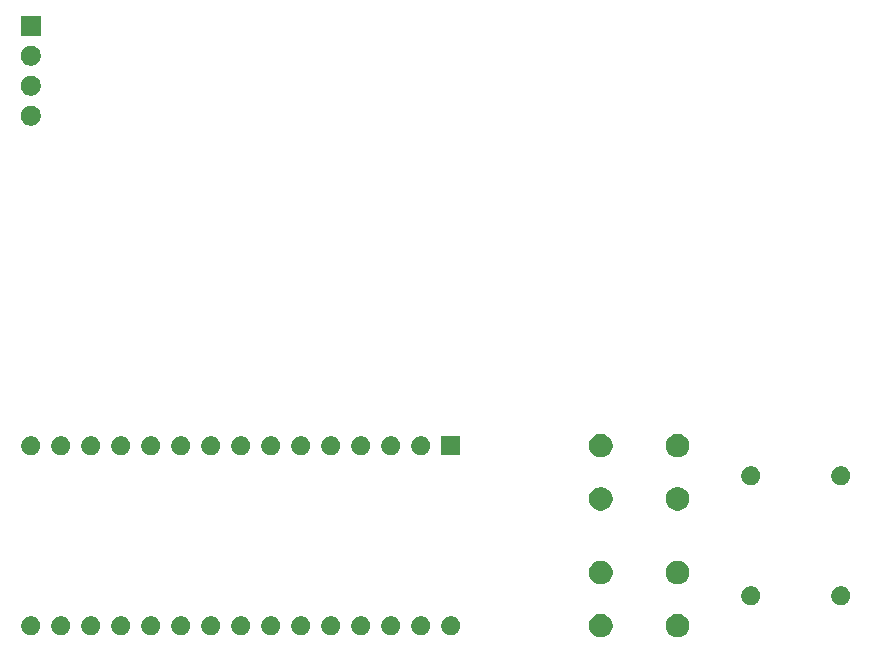
<source format=gbr>
%TF.GenerationSoftware,KiCad,Pcbnew,9.0.0*%
%TF.CreationDate,2025-05-12T01:14:56+07:00*%
%TF.ProjectId,bittheater,62697474-6865-4617-9465-722e6b696361,rev?*%
%TF.SameCoordinates,Original*%
%TF.FileFunction,Soldermask,Top*%
%TF.FilePolarity,Negative*%
%FSLAX46Y46*%
G04 Gerber Fmt 4.6, Leading zero omitted, Abs format (unit mm)*
G04 Created by KiCad (PCBNEW 9.0.0) date 2025-05-12 01:14:56*
%MOMM*%
%LPD*%
G01*
G04 APERTURE LIST*
G04 APERTURE END LIST*
G36*
X147610285Y-126043060D02*
G01*
X147791397Y-126118079D01*
X147954393Y-126226990D01*
X148093010Y-126365607D01*
X148201921Y-126528603D01*
X148276940Y-126709715D01*
X148315185Y-126901983D01*
X148315185Y-127098017D01*
X148276940Y-127290285D01*
X148201921Y-127471397D01*
X148093010Y-127634393D01*
X147954393Y-127773010D01*
X147791397Y-127881921D01*
X147610285Y-127956940D01*
X147418017Y-127995185D01*
X147221983Y-127995185D01*
X147029715Y-127956940D01*
X146848603Y-127881921D01*
X146685607Y-127773010D01*
X146546990Y-127634393D01*
X146438079Y-127471397D01*
X146363060Y-127290285D01*
X146324815Y-127098017D01*
X146324815Y-126901983D01*
X146363060Y-126709715D01*
X146438079Y-126528603D01*
X146546990Y-126365607D01*
X146685607Y-126226990D01*
X146848603Y-126118079D01*
X147029715Y-126043060D01*
X147221983Y-126004815D01*
X147418017Y-126004815D01*
X147610285Y-126043060D01*
G37*
G36*
X154110285Y-126043060D02*
G01*
X154291397Y-126118079D01*
X154454393Y-126226990D01*
X154593010Y-126365607D01*
X154701921Y-126528603D01*
X154776940Y-126709715D01*
X154815185Y-126901983D01*
X154815185Y-127098017D01*
X154776940Y-127290285D01*
X154701921Y-127471397D01*
X154593010Y-127634393D01*
X154454393Y-127773010D01*
X154291397Y-127881921D01*
X154110285Y-127956940D01*
X153918017Y-127995185D01*
X153721983Y-127995185D01*
X153529715Y-127956940D01*
X153348603Y-127881921D01*
X153185607Y-127773010D01*
X153046990Y-127634393D01*
X152938079Y-127471397D01*
X152863060Y-127290285D01*
X152824815Y-127098017D01*
X152824815Y-126901983D01*
X152863060Y-126709715D01*
X152938079Y-126528603D01*
X153046990Y-126365607D01*
X153185607Y-126226990D01*
X153348603Y-126118079D01*
X153529715Y-126043060D01*
X153721983Y-126004815D01*
X153918017Y-126004815D01*
X154110285Y-126043060D01*
G37*
G36*
X99292228Y-126234448D02*
G01*
X99437117Y-126294463D01*
X99567515Y-126381592D01*
X99678408Y-126492485D01*
X99765537Y-126622883D01*
X99825552Y-126767772D01*
X99856148Y-126921586D01*
X99856148Y-127078414D01*
X99825552Y-127232228D01*
X99765537Y-127377117D01*
X99678408Y-127507515D01*
X99567515Y-127618408D01*
X99437117Y-127705537D01*
X99292228Y-127765552D01*
X99138414Y-127796148D01*
X98981586Y-127796148D01*
X98827772Y-127765552D01*
X98682883Y-127705537D01*
X98552485Y-127618408D01*
X98441592Y-127507515D01*
X98354463Y-127377117D01*
X98294448Y-127232228D01*
X98263852Y-127078414D01*
X98263852Y-126921586D01*
X98294448Y-126767772D01*
X98354463Y-126622883D01*
X98441592Y-126492485D01*
X98552485Y-126381592D01*
X98682883Y-126294463D01*
X98827772Y-126234448D01*
X98981586Y-126203852D01*
X99138414Y-126203852D01*
X99292228Y-126234448D01*
G37*
G36*
X101832228Y-126234448D02*
G01*
X101977117Y-126294463D01*
X102107515Y-126381592D01*
X102218408Y-126492485D01*
X102305537Y-126622883D01*
X102365552Y-126767772D01*
X102396148Y-126921586D01*
X102396148Y-127078414D01*
X102365552Y-127232228D01*
X102305537Y-127377117D01*
X102218408Y-127507515D01*
X102107515Y-127618408D01*
X101977117Y-127705537D01*
X101832228Y-127765552D01*
X101678414Y-127796148D01*
X101521586Y-127796148D01*
X101367772Y-127765552D01*
X101222883Y-127705537D01*
X101092485Y-127618408D01*
X100981592Y-127507515D01*
X100894463Y-127377117D01*
X100834448Y-127232228D01*
X100803852Y-127078414D01*
X100803852Y-126921586D01*
X100834448Y-126767772D01*
X100894463Y-126622883D01*
X100981592Y-126492485D01*
X101092485Y-126381592D01*
X101222883Y-126294463D01*
X101367772Y-126234448D01*
X101521586Y-126203852D01*
X101678414Y-126203852D01*
X101832228Y-126234448D01*
G37*
G36*
X104372228Y-126234448D02*
G01*
X104517117Y-126294463D01*
X104647515Y-126381592D01*
X104758408Y-126492485D01*
X104845537Y-126622883D01*
X104905552Y-126767772D01*
X104936148Y-126921586D01*
X104936148Y-127078414D01*
X104905552Y-127232228D01*
X104845537Y-127377117D01*
X104758408Y-127507515D01*
X104647515Y-127618408D01*
X104517117Y-127705537D01*
X104372228Y-127765552D01*
X104218414Y-127796148D01*
X104061586Y-127796148D01*
X103907772Y-127765552D01*
X103762883Y-127705537D01*
X103632485Y-127618408D01*
X103521592Y-127507515D01*
X103434463Y-127377117D01*
X103374448Y-127232228D01*
X103343852Y-127078414D01*
X103343852Y-126921586D01*
X103374448Y-126767772D01*
X103434463Y-126622883D01*
X103521592Y-126492485D01*
X103632485Y-126381592D01*
X103762883Y-126294463D01*
X103907772Y-126234448D01*
X104061586Y-126203852D01*
X104218414Y-126203852D01*
X104372228Y-126234448D01*
G37*
G36*
X106912228Y-126234448D02*
G01*
X107057117Y-126294463D01*
X107187515Y-126381592D01*
X107298408Y-126492485D01*
X107385537Y-126622883D01*
X107445552Y-126767772D01*
X107476148Y-126921586D01*
X107476148Y-127078414D01*
X107445552Y-127232228D01*
X107385537Y-127377117D01*
X107298408Y-127507515D01*
X107187515Y-127618408D01*
X107057117Y-127705537D01*
X106912228Y-127765552D01*
X106758414Y-127796148D01*
X106601586Y-127796148D01*
X106447772Y-127765552D01*
X106302883Y-127705537D01*
X106172485Y-127618408D01*
X106061592Y-127507515D01*
X105974463Y-127377117D01*
X105914448Y-127232228D01*
X105883852Y-127078414D01*
X105883852Y-126921586D01*
X105914448Y-126767772D01*
X105974463Y-126622883D01*
X106061592Y-126492485D01*
X106172485Y-126381592D01*
X106302883Y-126294463D01*
X106447772Y-126234448D01*
X106601586Y-126203852D01*
X106758414Y-126203852D01*
X106912228Y-126234448D01*
G37*
G36*
X109452228Y-126234448D02*
G01*
X109597117Y-126294463D01*
X109727515Y-126381592D01*
X109838408Y-126492485D01*
X109925537Y-126622883D01*
X109985552Y-126767772D01*
X110016148Y-126921586D01*
X110016148Y-127078414D01*
X109985552Y-127232228D01*
X109925537Y-127377117D01*
X109838408Y-127507515D01*
X109727515Y-127618408D01*
X109597117Y-127705537D01*
X109452228Y-127765552D01*
X109298414Y-127796148D01*
X109141586Y-127796148D01*
X108987772Y-127765552D01*
X108842883Y-127705537D01*
X108712485Y-127618408D01*
X108601592Y-127507515D01*
X108514463Y-127377117D01*
X108454448Y-127232228D01*
X108423852Y-127078414D01*
X108423852Y-126921586D01*
X108454448Y-126767772D01*
X108514463Y-126622883D01*
X108601592Y-126492485D01*
X108712485Y-126381592D01*
X108842883Y-126294463D01*
X108987772Y-126234448D01*
X109141586Y-126203852D01*
X109298414Y-126203852D01*
X109452228Y-126234448D01*
G37*
G36*
X111992228Y-126234448D02*
G01*
X112137117Y-126294463D01*
X112267515Y-126381592D01*
X112378408Y-126492485D01*
X112465537Y-126622883D01*
X112525552Y-126767772D01*
X112556148Y-126921586D01*
X112556148Y-127078414D01*
X112525552Y-127232228D01*
X112465537Y-127377117D01*
X112378408Y-127507515D01*
X112267515Y-127618408D01*
X112137117Y-127705537D01*
X111992228Y-127765552D01*
X111838414Y-127796148D01*
X111681586Y-127796148D01*
X111527772Y-127765552D01*
X111382883Y-127705537D01*
X111252485Y-127618408D01*
X111141592Y-127507515D01*
X111054463Y-127377117D01*
X110994448Y-127232228D01*
X110963852Y-127078414D01*
X110963852Y-126921586D01*
X110994448Y-126767772D01*
X111054463Y-126622883D01*
X111141592Y-126492485D01*
X111252485Y-126381592D01*
X111382883Y-126294463D01*
X111527772Y-126234448D01*
X111681586Y-126203852D01*
X111838414Y-126203852D01*
X111992228Y-126234448D01*
G37*
G36*
X114532228Y-126234448D02*
G01*
X114677117Y-126294463D01*
X114807515Y-126381592D01*
X114918408Y-126492485D01*
X115005537Y-126622883D01*
X115065552Y-126767772D01*
X115096148Y-126921586D01*
X115096148Y-127078414D01*
X115065552Y-127232228D01*
X115005537Y-127377117D01*
X114918408Y-127507515D01*
X114807515Y-127618408D01*
X114677117Y-127705537D01*
X114532228Y-127765552D01*
X114378414Y-127796148D01*
X114221586Y-127796148D01*
X114067772Y-127765552D01*
X113922883Y-127705537D01*
X113792485Y-127618408D01*
X113681592Y-127507515D01*
X113594463Y-127377117D01*
X113534448Y-127232228D01*
X113503852Y-127078414D01*
X113503852Y-126921586D01*
X113534448Y-126767772D01*
X113594463Y-126622883D01*
X113681592Y-126492485D01*
X113792485Y-126381592D01*
X113922883Y-126294463D01*
X114067772Y-126234448D01*
X114221586Y-126203852D01*
X114378414Y-126203852D01*
X114532228Y-126234448D01*
G37*
G36*
X117072228Y-126234448D02*
G01*
X117217117Y-126294463D01*
X117347515Y-126381592D01*
X117458408Y-126492485D01*
X117545537Y-126622883D01*
X117605552Y-126767772D01*
X117636148Y-126921586D01*
X117636148Y-127078414D01*
X117605552Y-127232228D01*
X117545537Y-127377117D01*
X117458408Y-127507515D01*
X117347515Y-127618408D01*
X117217117Y-127705537D01*
X117072228Y-127765552D01*
X116918414Y-127796148D01*
X116761586Y-127796148D01*
X116607772Y-127765552D01*
X116462883Y-127705537D01*
X116332485Y-127618408D01*
X116221592Y-127507515D01*
X116134463Y-127377117D01*
X116074448Y-127232228D01*
X116043852Y-127078414D01*
X116043852Y-126921586D01*
X116074448Y-126767772D01*
X116134463Y-126622883D01*
X116221592Y-126492485D01*
X116332485Y-126381592D01*
X116462883Y-126294463D01*
X116607772Y-126234448D01*
X116761586Y-126203852D01*
X116918414Y-126203852D01*
X117072228Y-126234448D01*
G37*
G36*
X119612228Y-126234448D02*
G01*
X119757117Y-126294463D01*
X119887515Y-126381592D01*
X119998408Y-126492485D01*
X120085537Y-126622883D01*
X120145552Y-126767772D01*
X120176148Y-126921586D01*
X120176148Y-127078414D01*
X120145552Y-127232228D01*
X120085537Y-127377117D01*
X119998408Y-127507515D01*
X119887515Y-127618408D01*
X119757117Y-127705537D01*
X119612228Y-127765552D01*
X119458414Y-127796148D01*
X119301586Y-127796148D01*
X119147772Y-127765552D01*
X119002883Y-127705537D01*
X118872485Y-127618408D01*
X118761592Y-127507515D01*
X118674463Y-127377117D01*
X118614448Y-127232228D01*
X118583852Y-127078414D01*
X118583852Y-126921586D01*
X118614448Y-126767772D01*
X118674463Y-126622883D01*
X118761592Y-126492485D01*
X118872485Y-126381592D01*
X119002883Y-126294463D01*
X119147772Y-126234448D01*
X119301586Y-126203852D01*
X119458414Y-126203852D01*
X119612228Y-126234448D01*
G37*
G36*
X122152228Y-126234448D02*
G01*
X122297117Y-126294463D01*
X122427515Y-126381592D01*
X122538408Y-126492485D01*
X122625537Y-126622883D01*
X122685552Y-126767772D01*
X122716148Y-126921586D01*
X122716148Y-127078414D01*
X122685552Y-127232228D01*
X122625537Y-127377117D01*
X122538408Y-127507515D01*
X122427515Y-127618408D01*
X122297117Y-127705537D01*
X122152228Y-127765552D01*
X121998414Y-127796148D01*
X121841586Y-127796148D01*
X121687772Y-127765552D01*
X121542883Y-127705537D01*
X121412485Y-127618408D01*
X121301592Y-127507515D01*
X121214463Y-127377117D01*
X121154448Y-127232228D01*
X121123852Y-127078414D01*
X121123852Y-126921586D01*
X121154448Y-126767772D01*
X121214463Y-126622883D01*
X121301592Y-126492485D01*
X121412485Y-126381592D01*
X121542883Y-126294463D01*
X121687772Y-126234448D01*
X121841586Y-126203852D01*
X121998414Y-126203852D01*
X122152228Y-126234448D01*
G37*
G36*
X124692228Y-126234448D02*
G01*
X124837117Y-126294463D01*
X124967515Y-126381592D01*
X125078408Y-126492485D01*
X125165537Y-126622883D01*
X125225552Y-126767772D01*
X125256148Y-126921586D01*
X125256148Y-127078414D01*
X125225552Y-127232228D01*
X125165537Y-127377117D01*
X125078408Y-127507515D01*
X124967515Y-127618408D01*
X124837117Y-127705537D01*
X124692228Y-127765552D01*
X124538414Y-127796148D01*
X124381586Y-127796148D01*
X124227772Y-127765552D01*
X124082883Y-127705537D01*
X123952485Y-127618408D01*
X123841592Y-127507515D01*
X123754463Y-127377117D01*
X123694448Y-127232228D01*
X123663852Y-127078414D01*
X123663852Y-126921586D01*
X123694448Y-126767772D01*
X123754463Y-126622883D01*
X123841592Y-126492485D01*
X123952485Y-126381592D01*
X124082883Y-126294463D01*
X124227772Y-126234448D01*
X124381586Y-126203852D01*
X124538414Y-126203852D01*
X124692228Y-126234448D01*
G37*
G36*
X127232228Y-126234448D02*
G01*
X127377117Y-126294463D01*
X127507515Y-126381592D01*
X127618408Y-126492485D01*
X127705537Y-126622883D01*
X127765552Y-126767772D01*
X127796148Y-126921586D01*
X127796148Y-127078414D01*
X127765552Y-127232228D01*
X127705537Y-127377117D01*
X127618408Y-127507515D01*
X127507515Y-127618408D01*
X127377117Y-127705537D01*
X127232228Y-127765552D01*
X127078414Y-127796148D01*
X126921586Y-127796148D01*
X126767772Y-127765552D01*
X126622883Y-127705537D01*
X126492485Y-127618408D01*
X126381592Y-127507515D01*
X126294463Y-127377117D01*
X126234448Y-127232228D01*
X126203852Y-127078414D01*
X126203852Y-126921586D01*
X126234448Y-126767772D01*
X126294463Y-126622883D01*
X126381592Y-126492485D01*
X126492485Y-126381592D01*
X126622883Y-126294463D01*
X126767772Y-126234448D01*
X126921586Y-126203852D01*
X127078414Y-126203852D01*
X127232228Y-126234448D01*
G37*
G36*
X129772228Y-126234448D02*
G01*
X129917117Y-126294463D01*
X130047515Y-126381592D01*
X130158408Y-126492485D01*
X130245537Y-126622883D01*
X130305552Y-126767772D01*
X130336148Y-126921586D01*
X130336148Y-127078414D01*
X130305552Y-127232228D01*
X130245537Y-127377117D01*
X130158408Y-127507515D01*
X130047515Y-127618408D01*
X129917117Y-127705537D01*
X129772228Y-127765552D01*
X129618414Y-127796148D01*
X129461586Y-127796148D01*
X129307772Y-127765552D01*
X129162883Y-127705537D01*
X129032485Y-127618408D01*
X128921592Y-127507515D01*
X128834463Y-127377117D01*
X128774448Y-127232228D01*
X128743852Y-127078414D01*
X128743852Y-126921586D01*
X128774448Y-126767772D01*
X128834463Y-126622883D01*
X128921592Y-126492485D01*
X129032485Y-126381592D01*
X129162883Y-126294463D01*
X129307772Y-126234448D01*
X129461586Y-126203852D01*
X129618414Y-126203852D01*
X129772228Y-126234448D01*
G37*
G36*
X132312228Y-126234448D02*
G01*
X132457117Y-126294463D01*
X132587515Y-126381592D01*
X132698408Y-126492485D01*
X132785537Y-126622883D01*
X132845552Y-126767772D01*
X132876148Y-126921586D01*
X132876148Y-127078414D01*
X132845552Y-127232228D01*
X132785537Y-127377117D01*
X132698408Y-127507515D01*
X132587515Y-127618408D01*
X132457117Y-127705537D01*
X132312228Y-127765552D01*
X132158414Y-127796148D01*
X132001586Y-127796148D01*
X131847772Y-127765552D01*
X131702883Y-127705537D01*
X131572485Y-127618408D01*
X131461592Y-127507515D01*
X131374463Y-127377117D01*
X131314448Y-127232228D01*
X131283852Y-127078414D01*
X131283852Y-126921586D01*
X131314448Y-126767772D01*
X131374463Y-126622883D01*
X131461592Y-126492485D01*
X131572485Y-126381592D01*
X131702883Y-126294463D01*
X131847772Y-126234448D01*
X132001586Y-126203852D01*
X132158414Y-126203852D01*
X132312228Y-126234448D01*
G37*
G36*
X134852228Y-126234448D02*
G01*
X134997117Y-126294463D01*
X135127515Y-126381592D01*
X135238408Y-126492485D01*
X135325537Y-126622883D01*
X135385552Y-126767772D01*
X135416148Y-126921586D01*
X135416148Y-127078414D01*
X135385552Y-127232228D01*
X135325537Y-127377117D01*
X135238408Y-127507515D01*
X135127515Y-127618408D01*
X134997117Y-127705537D01*
X134852228Y-127765552D01*
X134698414Y-127796148D01*
X134541586Y-127796148D01*
X134387772Y-127765552D01*
X134242883Y-127705537D01*
X134112485Y-127618408D01*
X134001592Y-127507515D01*
X133914463Y-127377117D01*
X133854448Y-127232228D01*
X133823852Y-127078414D01*
X133823852Y-126921586D01*
X133854448Y-126767772D01*
X133914463Y-126622883D01*
X134001592Y-126492485D01*
X134112485Y-126381592D01*
X134242883Y-126294463D01*
X134387772Y-126234448D01*
X134541586Y-126203852D01*
X134698414Y-126203852D01*
X134852228Y-126234448D01*
G37*
G36*
X160252228Y-123694448D02*
G01*
X160397117Y-123754463D01*
X160527515Y-123841592D01*
X160638408Y-123952485D01*
X160725537Y-124082883D01*
X160785552Y-124227772D01*
X160816148Y-124381586D01*
X160816148Y-124538414D01*
X160785552Y-124692228D01*
X160725537Y-124837117D01*
X160638408Y-124967515D01*
X160527515Y-125078408D01*
X160397117Y-125165537D01*
X160252228Y-125225552D01*
X160098414Y-125256148D01*
X159941586Y-125256148D01*
X159787772Y-125225552D01*
X159642883Y-125165537D01*
X159512485Y-125078408D01*
X159401592Y-124967515D01*
X159314463Y-124837117D01*
X159254448Y-124692228D01*
X159223852Y-124538414D01*
X159223852Y-124381586D01*
X159254448Y-124227772D01*
X159314463Y-124082883D01*
X159401592Y-123952485D01*
X159512485Y-123841592D01*
X159642883Y-123754463D01*
X159787772Y-123694448D01*
X159941586Y-123663852D01*
X160098414Y-123663852D01*
X160252228Y-123694448D01*
G37*
G36*
X167872228Y-123694448D02*
G01*
X168017117Y-123754463D01*
X168147515Y-123841592D01*
X168258408Y-123952485D01*
X168345537Y-124082883D01*
X168405552Y-124227772D01*
X168436148Y-124381586D01*
X168436148Y-124538414D01*
X168405552Y-124692228D01*
X168345537Y-124837117D01*
X168258408Y-124967515D01*
X168147515Y-125078408D01*
X168017117Y-125165537D01*
X167872228Y-125225552D01*
X167718414Y-125256148D01*
X167561586Y-125256148D01*
X167407772Y-125225552D01*
X167262883Y-125165537D01*
X167132485Y-125078408D01*
X167021592Y-124967515D01*
X166934463Y-124837117D01*
X166874448Y-124692228D01*
X166843852Y-124538414D01*
X166843852Y-124381586D01*
X166874448Y-124227772D01*
X166934463Y-124082883D01*
X167021592Y-123952485D01*
X167132485Y-123841592D01*
X167262883Y-123754463D01*
X167407772Y-123694448D01*
X167561586Y-123663852D01*
X167718414Y-123663852D01*
X167872228Y-123694448D01*
G37*
G36*
X147610285Y-121543060D02*
G01*
X147791397Y-121618079D01*
X147954393Y-121726990D01*
X148093010Y-121865607D01*
X148201921Y-122028603D01*
X148276940Y-122209715D01*
X148315185Y-122401983D01*
X148315185Y-122598017D01*
X148276940Y-122790285D01*
X148201921Y-122971397D01*
X148093010Y-123134393D01*
X147954393Y-123273010D01*
X147791397Y-123381921D01*
X147610285Y-123456940D01*
X147418017Y-123495185D01*
X147221983Y-123495185D01*
X147029715Y-123456940D01*
X146848603Y-123381921D01*
X146685607Y-123273010D01*
X146546990Y-123134393D01*
X146438079Y-122971397D01*
X146363060Y-122790285D01*
X146324815Y-122598017D01*
X146324815Y-122401983D01*
X146363060Y-122209715D01*
X146438079Y-122028603D01*
X146546990Y-121865607D01*
X146685607Y-121726990D01*
X146848603Y-121618079D01*
X147029715Y-121543060D01*
X147221983Y-121504815D01*
X147418017Y-121504815D01*
X147610285Y-121543060D01*
G37*
G36*
X154110285Y-121543060D02*
G01*
X154291397Y-121618079D01*
X154454393Y-121726990D01*
X154593010Y-121865607D01*
X154701921Y-122028603D01*
X154776940Y-122209715D01*
X154815185Y-122401983D01*
X154815185Y-122598017D01*
X154776940Y-122790285D01*
X154701921Y-122971397D01*
X154593010Y-123134393D01*
X154454393Y-123273010D01*
X154291397Y-123381921D01*
X154110285Y-123456940D01*
X153918017Y-123495185D01*
X153721983Y-123495185D01*
X153529715Y-123456940D01*
X153348603Y-123381921D01*
X153185607Y-123273010D01*
X153046990Y-123134393D01*
X152938079Y-122971397D01*
X152863060Y-122790285D01*
X152824815Y-122598017D01*
X152824815Y-122401983D01*
X152863060Y-122209715D01*
X152938079Y-122028603D01*
X153046990Y-121865607D01*
X153185607Y-121726990D01*
X153348603Y-121618079D01*
X153529715Y-121543060D01*
X153721983Y-121504815D01*
X153918017Y-121504815D01*
X154110285Y-121543060D01*
G37*
G36*
X147610285Y-115303060D02*
G01*
X147791397Y-115378079D01*
X147954393Y-115486990D01*
X148093010Y-115625607D01*
X148201921Y-115788603D01*
X148276940Y-115969715D01*
X148315185Y-116161983D01*
X148315185Y-116358017D01*
X148276940Y-116550285D01*
X148201921Y-116731397D01*
X148093010Y-116894393D01*
X147954393Y-117033010D01*
X147791397Y-117141921D01*
X147610285Y-117216940D01*
X147418017Y-117255185D01*
X147221983Y-117255185D01*
X147029715Y-117216940D01*
X146848603Y-117141921D01*
X146685607Y-117033010D01*
X146546990Y-116894393D01*
X146438079Y-116731397D01*
X146363060Y-116550285D01*
X146324815Y-116358017D01*
X146324815Y-116161983D01*
X146363060Y-115969715D01*
X146438079Y-115788603D01*
X146546990Y-115625607D01*
X146685607Y-115486990D01*
X146848603Y-115378079D01*
X147029715Y-115303060D01*
X147221983Y-115264815D01*
X147418017Y-115264815D01*
X147610285Y-115303060D01*
G37*
G36*
X154110285Y-115303060D02*
G01*
X154291397Y-115378079D01*
X154454393Y-115486990D01*
X154593010Y-115625607D01*
X154701921Y-115788603D01*
X154776940Y-115969715D01*
X154815185Y-116161983D01*
X154815185Y-116358017D01*
X154776940Y-116550285D01*
X154701921Y-116731397D01*
X154593010Y-116894393D01*
X154454393Y-117033010D01*
X154291397Y-117141921D01*
X154110285Y-117216940D01*
X153918017Y-117255185D01*
X153721983Y-117255185D01*
X153529715Y-117216940D01*
X153348603Y-117141921D01*
X153185607Y-117033010D01*
X153046990Y-116894393D01*
X152938079Y-116731397D01*
X152863060Y-116550285D01*
X152824815Y-116358017D01*
X152824815Y-116161983D01*
X152863060Y-115969715D01*
X152938079Y-115788603D01*
X153046990Y-115625607D01*
X153185607Y-115486990D01*
X153348603Y-115378079D01*
X153529715Y-115303060D01*
X153721983Y-115264815D01*
X153918017Y-115264815D01*
X154110285Y-115303060D01*
G37*
G36*
X160252228Y-113534448D02*
G01*
X160397117Y-113594463D01*
X160527515Y-113681592D01*
X160638408Y-113792485D01*
X160725537Y-113922883D01*
X160785552Y-114067772D01*
X160816148Y-114221586D01*
X160816148Y-114378414D01*
X160785552Y-114532228D01*
X160725537Y-114677117D01*
X160638408Y-114807515D01*
X160527515Y-114918408D01*
X160397117Y-115005537D01*
X160252228Y-115065552D01*
X160098414Y-115096148D01*
X159941586Y-115096148D01*
X159787772Y-115065552D01*
X159642883Y-115005537D01*
X159512485Y-114918408D01*
X159401592Y-114807515D01*
X159314463Y-114677117D01*
X159254448Y-114532228D01*
X159223852Y-114378414D01*
X159223852Y-114221586D01*
X159254448Y-114067772D01*
X159314463Y-113922883D01*
X159401592Y-113792485D01*
X159512485Y-113681592D01*
X159642883Y-113594463D01*
X159787772Y-113534448D01*
X159941586Y-113503852D01*
X160098414Y-113503852D01*
X160252228Y-113534448D01*
G37*
G36*
X167872228Y-113534448D02*
G01*
X168017117Y-113594463D01*
X168147515Y-113681592D01*
X168258408Y-113792485D01*
X168345537Y-113922883D01*
X168405552Y-114067772D01*
X168436148Y-114221586D01*
X168436148Y-114378414D01*
X168405552Y-114532228D01*
X168345537Y-114677117D01*
X168258408Y-114807515D01*
X168147515Y-114918408D01*
X168017117Y-115005537D01*
X167872228Y-115065552D01*
X167718414Y-115096148D01*
X167561586Y-115096148D01*
X167407772Y-115065552D01*
X167262883Y-115005537D01*
X167132485Y-114918408D01*
X167021592Y-114807515D01*
X166934463Y-114677117D01*
X166874448Y-114532228D01*
X166843852Y-114378414D01*
X166843852Y-114221586D01*
X166874448Y-114067772D01*
X166934463Y-113922883D01*
X167021592Y-113792485D01*
X167132485Y-113681592D01*
X167262883Y-113594463D01*
X167407772Y-113534448D01*
X167561586Y-113503852D01*
X167718414Y-113503852D01*
X167872228Y-113534448D01*
G37*
G36*
X147610285Y-110803060D02*
G01*
X147791397Y-110878079D01*
X147954393Y-110986990D01*
X148093010Y-111125607D01*
X148201921Y-111288603D01*
X148276940Y-111469715D01*
X148315185Y-111661983D01*
X148315185Y-111858017D01*
X148276940Y-112050285D01*
X148201921Y-112231397D01*
X148093010Y-112394393D01*
X147954393Y-112533010D01*
X147791397Y-112641921D01*
X147610285Y-112716940D01*
X147418017Y-112755185D01*
X147221983Y-112755185D01*
X147029715Y-112716940D01*
X146848603Y-112641921D01*
X146685607Y-112533010D01*
X146546990Y-112394393D01*
X146438079Y-112231397D01*
X146363060Y-112050285D01*
X146324815Y-111858017D01*
X146324815Y-111661983D01*
X146363060Y-111469715D01*
X146438079Y-111288603D01*
X146546990Y-111125607D01*
X146685607Y-110986990D01*
X146848603Y-110878079D01*
X147029715Y-110803060D01*
X147221983Y-110764815D01*
X147418017Y-110764815D01*
X147610285Y-110803060D01*
G37*
G36*
X154110285Y-110803060D02*
G01*
X154291397Y-110878079D01*
X154454393Y-110986990D01*
X154593010Y-111125607D01*
X154701921Y-111288603D01*
X154776940Y-111469715D01*
X154815185Y-111661983D01*
X154815185Y-111858017D01*
X154776940Y-112050285D01*
X154701921Y-112231397D01*
X154593010Y-112394393D01*
X154454393Y-112533010D01*
X154291397Y-112641921D01*
X154110285Y-112716940D01*
X153918017Y-112755185D01*
X153721983Y-112755185D01*
X153529715Y-112716940D01*
X153348603Y-112641921D01*
X153185607Y-112533010D01*
X153046990Y-112394393D01*
X152938079Y-112231397D01*
X152863060Y-112050285D01*
X152824815Y-111858017D01*
X152824815Y-111661983D01*
X152863060Y-111469715D01*
X152938079Y-111288603D01*
X153046990Y-111125607D01*
X153185607Y-110986990D01*
X153348603Y-110878079D01*
X153529715Y-110803060D01*
X153721983Y-110764815D01*
X153918017Y-110764815D01*
X154110285Y-110803060D01*
G37*
G36*
X135420000Y-112560000D02*
G01*
X133820000Y-112560000D01*
X133820000Y-110960000D01*
X135420000Y-110960000D01*
X135420000Y-112560000D01*
G37*
G36*
X99292228Y-110994448D02*
G01*
X99437117Y-111054463D01*
X99567515Y-111141592D01*
X99678408Y-111252485D01*
X99765537Y-111382883D01*
X99825552Y-111527772D01*
X99856148Y-111681586D01*
X99856148Y-111838414D01*
X99825552Y-111992228D01*
X99765537Y-112137117D01*
X99678408Y-112267515D01*
X99567515Y-112378408D01*
X99437117Y-112465537D01*
X99292228Y-112525552D01*
X99138414Y-112556148D01*
X98981586Y-112556148D01*
X98827772Y-112525552D01*
X98682883Y-112465537D01*
X98552485Y-112378408D01*
X98441592Y-112267515D01*
X98354463Y-112137117D01*
X98294448Y-111992228D01*
X98263852Y-111838414D01*
X98263852Y-111681586D01*
X98294448Y-111527772D01*
X98354463Y-111382883D01*
X98441592Y-111252485D01*
X98552485Y-111141592D01*
X98682883Y-111054463D01*
X98827772Y-110994448D01*
X98981586Y-110963852D01*
X99138414Y-110963852D01*
X99292228Y-110994448D01*
G37*
G36*
X101832228Y-110994448D02*
G01*
X101977117Y-111054463D01*
X102107515Y-111141592D01*
X102218408Y-111252485D01*
X102305537Y-111382883D01*
X102365552Y-111527772D01*
X102396148Y-111681586D01*
X102396148Y-111838414D01*
X102365552Y-111992228D01*
X102305537Y-112137117D01*
X102218408Y-112267515D01*
X102107515Y-112378408D01*
X101977117Y-112465537D01*
X101832228Y-112525552D01*
X101678414Y-112556148D01*
X101521586Y-112556148D01*
X101367772Y-112525552D01*
X101222883Y-112465537D01*
X101092485Y-112378408D01*
X100981592Y-112267515D01*
X100894463Y-112137117D01*
X100834448Y-111992228D01*
X100803852Y-111838414D01*
X100803852Y-111681586D01*
X100834448Y-111527772D01*
X100894463Y-111382883D01*
X100981592Y-111252485D01*
X101092485Y-111141592D01*
X101222883Y-111054463D01*
X101367772Y-110994448D01*
X101521586Y-110963852D01*
X101678414Y-110963852D01*
X101832228Y-110994448D01*
G37*
G36*
X104372228Y-110994448D02*
G01*
X104517117Y-111054463D01*
X104647515Y-111141592D01*
X104758408Y-111252485D01*
X104845537Y-111382883D01*
X104905552Y-111527772D01*
X104936148Y-111681586D01*
X104936148Y-111838414D01*
X104905552Y-111992228D01*
X104845537Y-112137117D01*
X104758408Y-112267515D01*
X104647515Y-112378408D01*
X104517117Y-112465537D01*
X104372228Y-112525552D01*
X104218414Y-112556148D01*
X104061586Y-112556148D01*
X103907772Y-112525552D01*
X103762883Y-112465537D01*
X103632485Y-112378408D01*
X103521592Y-112267515D01*
X103434463Y-112137117D01*
X103374448Y-111992228D01*
X103343852Y-111838414D01*
X103343852Y-111681586D01*
X103374448Y-111527772D01*
X103434463Y-111382883D01*
X103521592Y-111252485D01*
X103632485Y-111141592D01*
X103762883Y-111054463D01*
X103907772Y-110994448D01*
X104061586Y-110963852D01*
X104218414Y-110963852D01*
X104372228Y-110994448D01*
G37*
G36*
X106912228Y-110994448D02*
G01*
X107057117Y-111054463D01*
X107187515Y-111141592D01*
X107298408Y-111252485D01*
X107385537Y-111382883D01*
X107445552Y-111527772D01*
X107476148Y-111681586D01*
X107476148Y-111838414D01*
X107445552Y-111992228D01*
X107385537Y-112137117D01*
X107298408Y-112267515D01*
X107187515Y-112378408D01*
X107057117Y-112465537D01*
X106912228Y-112525552D01*
X106758414Y-112556148D01*
X106601586Y-112556148D01*
X106447772Y-112525552D01*
X106302883Y-112465537D01*
X106172485Y-112378408D01*
X106061592Y-112267515D01*
X105974463Y-112137117D01*
X105914448Y-111992228D01*
X105883852Y-111838414D01*
X105883852Y-111681586D01*
X105914448Y-111527772D01*
X105974463Y-111382883D01*
X106061592Y-111252485D01*
X106172485Y-111141592D01*
X106302883Y-111054463D01*
X106447772Y-110994448D01*
X106601586Y-110963852D01*
X106758414Y-110963852D01*
X106912228Y-110994448D01*
G37*
G36*
X109452228Y-110994448D02*
G01*
X109597117Y-111054463D01*
X109727515Y-111141592D01*
X109838408Y-111252485D01*
X109925537Y-111382883D01*
X109985552Y-111527772D01*
X110016148Y-111681586D01*
X110016148Y-111838414D01*
X109985552Y-111992228D01*
X109925537Y-112137117D01*
X109838408Y-112267515D01*
X109727515Y-112378408D01*
X109597117Y-112465537D01*
X109452228Y-112525552D01*
X109298414Y-112556148D01*
X109141586Y-112556148D01*
X108987772Y-112525552D01*
X108842883Y-112465537D01*
X108712485Y-112378408D01*
X108601592Y-112267515D01*
X108514463Y-112137117D01*
X108454448Y-111992228D01*
X108423852Y-111838414D01*
X108423852Y-111681586D01*
X108454448Y-111527772D01*
X108514463Y-111382883D01*
X108601592Y-111252485D01*
X108712485Y-111141592D01*
X108842883Y-111054463D01*
X108987772Y-110994448D01*
X109141586Y-110963852D01*
X109298414Y-110963852D01*
X109452228Y-110994448D01*
G37*
G36*
X111992228Y-110994448D02*
G01*
X112137117Y-111054463D01*
X112267515Y-111141592D01*
X112378408Y-111252485D01*
X112465537Y-111382883D01*
X112525552Y-111527772D01*
X112556148Y-111681586D01*
X112556148Y-111838414D01*
X112525552Y-111992228D01*
X112465537Y-112137117D01*
X112378408Y-112267515D01*
X112267515Y-112378408D01*
X112137117Y-112465537D01*
X111992228Y-112525552D01*
X111838414Y-112556148D01*
X111681586Y-112556148D01*
X111527772Y-112525552D01*
X111382883Y-112465537D01*
X111252485Y-112378408D01*
X111141592Y-112267515D01*
X111054463Y-112137117D01*
X110994448Y-111992228D01*
X110963852Y-111838414D01*
X110963852Y-111681586D01*
X110994448Y-111527772D01*
X111054463Y-111382883D01*
X111141592Y-111252485D01*
X111252485Y-111141592D01*
X111382883Y-111054463D01*
X111527772Y-110994448D01*
X111681586Y-110963852D01*
X111838414Y-110963852D01*
X111992228Y-110994448D01*
G37*
G36*
X114532228Y-110994448D02*
G01*
X114677117Y-111054463D01*
X114807515Y-111141592D01*
X114918408Y-111252485D01*
X115005537Y-111382883D01*
X115065552Y-111527772D01*
X115096148Y-111681586D01*
X115096148Y-111838414D01*
X115065552Y-111992228D01*
X115005537Y-112137117D01*
X114918408Y-112267515D01*
X114807515Y-112378408D01*
X114677117Y-112465537D01*
X114532228Y-112525552D01*
X114378414Y-112556148D01*
X114221586Y-112556148D01*
X114067772Y-112525552D01*
X113922883Y-112465537D01*
X113792485Y-112378408D01*
X113681592Y-112267515D01*
X113594463Y-112137117D01*
X113534448Y-111992228D01*
X113503852Y-111838414D01*
X113503852Y-111681586D01*
X113534448Y-111527772D01*
X113594463Y-111382883D01*
X113681592Y-111252485D01*
X113792485Y-111141592D01*
X113922883Y-111054463D01*
X114067772Y-110994448D01*
X114221586Y-110963852D01*
X114378414Y-110963852D01*
X114532228Y-110994448D01*
G37*
G36*
X117072228Y-110994448D02*
G01*
X117217117Y-111054463D01*
X117347515Y-111141592D01*
X117458408Y-111252485D01*
X117545537Y-111382883D01*
X117605552Y-111527772D01*
X117636148Y-111681586D01*
X117636148Y-111838414D01*
X117605552Y-111992228D01*
X117545537Y-112137117D01*
X117458408Y-112267515D01*
X117347515Y-112378408D01*
X117217117Y-112465537D01*
X117072228Y-112525552D01*
X116918414Y-112556148D01*
X116761586Y-112556148D01*
X116607772Y-112525552D01*
X116462883Y-112465537D01*
X116332485Y-112378408D01*
X116221592Y-112267515D01*
X116134463Y-112137117D01*
X116074448Y-111992228D01*
X116043852Y-111838414D01*
X116043852Y-111681586D01*
X116074448Y-111527772D01*
X116134463Y-111382883D01*
X116221592Y-111252485D01*
X116332485Y-111141592D01*
X116462883Y-111054463D01*
X116607772Y-110994448D01*
X116761586Y-110963852D01*
X116918414Y-110963852D01*
X117072228Y-110994448D01*
G37*
G36*
X119612228Y-110994448D02*
G01*
X119757117Y-111054463D01*
X119887515Y-111141592D01*
X119998408Y-111252485D01*
X120085537Y-111382883D01*
X120145552Y-111527772D01*
X120176148Y-111681586D01*
X120176148Y-111838414D01*
X120145552Y-111992228D01*
X120085537Y-112137117D01*
X119998408Y-112267515D01*
X119887515Y-112378408D01*
X119757117Y-112465537D01*
X119612228Y-112525552D01*
X119458414Y-112556148D01*
X119301586Y-112556148D01*
X119147772Y-112525552D01*
X119002883Y-112465537D01*
X118872485Y-112378408D01*
X118761592Y-112267515D01*
X118674463Y-112137117D01*
X118614448Y-111992228D01*
X118583852Y-111838414D01*
X118583852Y-111681586D01*
X118614448Y-111527772D01*
X118674463Y-111382883D01*
X118761592Y-111252485D01*
X118872485Y-111141592D01*
X119002883Y-111054463D01*
X119147772Y-110994448D01*
X119301586Y-110963852D01*
X119458414Y-110963852D01*
X119612228Y-110994448D01*
G37*
G36*
X122152228Y-110994448D02*
G01*
X122297117Y-111054463D01*
X122427515Y-111141592D01*
X122538408Y-111252485D01*
X122625537Y-111382883D01*
X122685552Y-111527772D01*
X122716148Y-111681586D01*
X122716148Y-111838414D01*
X122685552Y-111992228D01*
X122625537Y-112137117D01*
X122538408Y-112267515D01*
X122427515Y-112378408D01*
X122297117Y-112465537D01*
X122152228Y-112525552D01*
X121998414Y-112556148D01*
X121841586Y-112556148D01*
X121687772Y-112525552D01*
X121542883Y-112465537D01*
X121412485Y-112378408D01*
X121301592Y-112267515D01*
X121214463Y-112137117D01*
X121154448Y-111992228D01*
X121123852Y-111838414D01*
X121123852Y-111681586D01*
X121154448Y-111527772D01*
X121214463Y-111382883D01*
X121301592Y-111252485D01*
X121412485Y-111141592D01*
X121542883Y-111054463D01*
X121687772Y-110994448D01*
X121841586Y-110963852D01*
X121998414Y-110963852D01*
X122152228Y-110994448D01*
G37*
G36*
X124692228Y-110994448D02*
G01*
X124837117Y-111054463D01*
X124967515Y-111141592D01*
X125078408Y-111252485D01*
X125165537Y-111382883D01*
X125225552Y-111527772D01*
X125256148Y-111681586D01*
X125256148Y-111838414D01*
X125225552Y-111992228D01*
X125165537Y-112137117D01*
X125078408Y-112267515D01*
X124967515Y-112378408D01*
X124837117Y-112465537D01*
X124692228Y-112525552D01*
X124538414Y-112556148D01*
X124381586Y-112556148D01*
X124227772Y-112525552D01*
X124082883Y-112465537D01*
X123952485Y-112378408D01*
X123841592Y-112267515D01*
X123754463Y-112137117D01*
X123694448Y-111992228D01*
X123663852Y-111838414D01*
X123663852Y-111681586D01*
X123694448Y-111527772D01*
X123754463Y-111382883D01*
X123841592Y-111252485D01*
X123952485Y-111141592D01*
X124082883Y-111054463D01*
X124227772Y-110994448D01*
X124381586Y-110963852D01*
X124538414Y-110963852D01*
X124692228Y-110994448D01*
G37*
G36*
X127232228Y-110994448D02*
G01*
X127377117Y-111054463D01*
X127507515Y-111141592D01*
X127618408Y-111252485D01*
X127705537Y-111382883D01*
X127765552Y-111527772D01*
X127796148Y-111681586D01*
X127796148Y-111838414D01*
X127765552Y-111992228D01*
X127705537Y-112137117D01*
X127618408Y-112267515D01*
X127507515Y-112378408D01*
X127377117Y-112465537D01*
X127232228Y-112525552D01*
X127078414Y-112556148D01*
X126921586Y-112556148D01*
X126767772Y-112525552D01*
X126622883Y-112465537D01*
X126492485Y-112378408D01*
X126381592Y-112267515D01*
X126294463Y-112137117D01*
X126234448Y-111992228D01*
X126203852Y-111838414D01*
X126203852Y-111681586D01*
X126234448Y-111527772D01*
X126294463Y-111382883D01*
X126381592Y-111252485D01*
X126492485Y-111141592D01*
X126622883Y-111054463D01*
X126767772Y-110994448D01*
X126921586Y-110963852D01*
X127078414Y-110963852D01*
X127232228Y-110994448D01*
G37*
G36*
X129772228Y-110994448D02*
G01*
X129917117Y-111054463D01*
X130047515Y-111141592D01*
X130158408Y-111252485D01*
X130245537Y-111382883D01*
X130305552Y-111527772D01*
X130336148Y-111681586D01*
X130336148Y-111838414D01*
X130305552Y-111992228D01*
X130245537Y-112137117D01*
X130158408Y-112267515D01*
X130047515Y-112378408D01*
X129917117Y-112465537D01*
X129772228Y-112525552D01*
X129618414Y-112556148D01*
X129461586Y-112556148D01*
X129307772Y-112525552D01*
X129162883Y-112465537D01*
X129032485Y-112378408D01*
X128921592Y-112267515D01*
X128834463Y-112137117D01*
X128774448Y-111992228D01*
X128743852Y-111838414D01*
X128743852Y-111681586D01*
X128774448Y-111527772D01*
X128834463Y-111382883D01*
X128921592Y-111252485D01*
X129032485Y-111141592D01*
X129162883Y-111054463D01*
X129307772Y-110994448D01*
X129461586Y-110963852D01*
X129618414Y-110963852D01*
X129772228Y-110994448D01*
G37*
G36*
X132312228Y-110994448D02*
G01*
X132457117Y-111054463D01*
X132587515Y-111141592D01*
X132698408Y-111252485D01*
X132785537Y-111382883D01*
X132845552Y-111527772D01*
X132876148Y-111681586D01*
X132876148Y-111838414D01*
X132845552Y-111992228D01*
X132785537Y-112137117D01*
X132698408Y-112267515D01*
X132587515Y-112378408D01*
X132457117Y-112465537D01*
X132312228Y-112525552D01*
X132158414Y-112556148D01*
X132001586Y-112556148D01*
X131847772Y-112525552D01*
X131702883Y-112465537D01*
X131572485Y-112378408D01*
X131461592Y-112267515D01*
X131374463Y-112137117D01*
X131314448Y-111992228D01*
X131283852Y-111838414D01*
X131283852Y-111681586D01*
X131314448Y-111527772D01*
X131374463Y-111382883D01*
X131461592Y-111252485D01*
X131572485Y-111141592D01*
X131702883Y-111054463D01*
X131847772Y-110994448D01*
X132001586Y-110963852D01*
X132158414Y-110963852D01*
X132312228Y-110994448D01*
G37*
G36*
X99306742Y-83006601D02*
G01*
X99460687Y-83070367D01*
X99599234Y-83162941D01*
X99717059Y-83280766D01*
X99809633Y-83419313D01*
X99873399Y-83573258D01*
X99905907Y-83736685D01*
X99905907Y-83903315D01*
X99873399Y-84066742D01*
X99809633Y-84220687D01*
X99717059Y-84359234D01*
X99599234Y-84477059D01*
X99460687Y-84569633D01*
X99306742Y-84633399D01*
X99143315Y-84665907D01*
X98976685Y-84665907D01*
X98813258Y-84633399D01*
X98659313Y-84569633D01*
X98520766Y-84477059D01*
X98402941Y-84359234D01*
X98310367Y-84220687D01*
X98246601Y-84066742D01*
X98214093Y-83903315D01*
X98214093Y-83736685D01*
X98246601Y-83573258D01*
X98310367Y-83419313D01*
X98402941Y-83280766D01*
X98520766Y-83162941D01*
X98659313Y-83070367D01*
X98813258Y-83006601D01*
X98976685Y-82974093D01*
X99143315Y-82974093D01*
X99306742Y-83006601D01*
G37*
G36*
X99306742Y-80466601D02*
G01*
X99460687Y-80530367D01*
X99599234Y-80622941D01*
X99717059Y-80740766D01*
X99809633Y-80879313D01*
X99873399Y-81033258D01*
X99905907Y-81196685D01*
X99905907Y-81363315D01*
X99873399Y-81526742D01*
X99809633Y-81680687D01*
X99717059Y-81819234D01*
X99599234Y-81937059D01*
X99460687Y-82029633D01*
X99306742Y-82093399D01*
X99143315Y-82125907D01*
X98976685Y-82125907D01*
X98813258Y-82093399D01*
X98659313Y-82029633D01*
X98520766Y-81937059D01*
X98402941Y-81819234D01*
X98310367Y-81680687D01*
X98246601Y-81526742D01*
X98214093Y-81363315D01*
X98214093Y-81196685D01*
X98246601Y-81033258D01*
X98310367Y-80879313D01*
X98402941Y-80740766D01*
X98520766Y-80622941D01*
X98659313Y-80530367D01*
X98813258Y-80466601D01*
X98976685Y-80434093D01*
X99143315Y-80434093D01*
X99306742Y-80466601D01*
G37*
G36*
X99306742Y-77926601D02*
G01*
X99460687Y-77990367D01*
X99599234Y-78082941D01*
X99717059Y-78200766D01*
X99809633Y-78339313D01*
X99873399Y-78493258D01*
X99905907Y-78656685D01*
X99905907Y-78823315D01*
X99873399Y-78986742D01*
X99809633Y-79140687D01*
X99717059Y-79279234D01*
X99599234Y-79397059D01*
X99460687Y-79489633D01*
X99306742Y-79553399D01*
X99143315Y-79585907D01*
X98976685Y-79585907D01*
X98813258Y-79553399D01*
X98659313Y-79489633D01*
X98520766Y-79397059D01*
X98402941Y-79279234D01*
X98310367Y-79140687D01*
X98246601Y-78986742D01*
X98214093Y-78823315D01*
X98214093Y-78656685D01*
X98246601Y-78493258D01*
X98310367Y-78339313D01*
X98402941Y-78200766D01*
X98520766Y-78082941D01*
X98659313Y-77990367D01*
X98813258Y-77926601D01*
X98976685Y-77894093D01*
X99143315Y-77894093D01*
X99306742Y-77926601D01*
G37*
G36*
X99910000Y-77050000D02*
G01*
X98210000Y-77050000D01*
X98210000Y-75350000D01*
X99910000Y-75350000D01*
X99910000Y-77050000D01*
G37*
M02*

</source>
